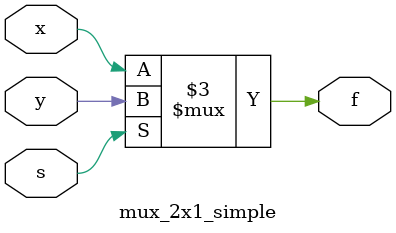
<source format=v>
`timescale 1ns / 1ps

module mux_2x1_simple(
    input x, y, s,
    output reg f
    );
    
    always @(x, y, s)
    
    begin 
        if (s)
        begin
            f=y;
        end
        else
        begin
            f=x;
        end
    
    end


endmodule

</source>
